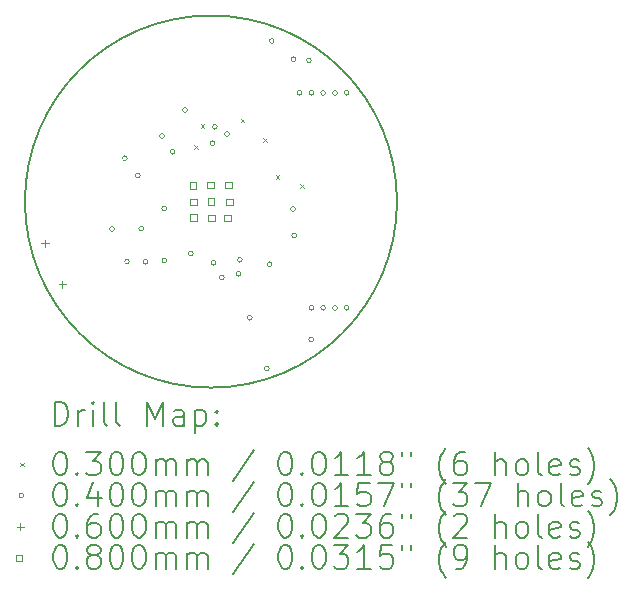
<source format=gbr>
%TF.GenerationSoftware,KiCad,Pcbnew,9.0.0*%
%TF.CreationDate,2025-04-18T11:45:20+02:00*%
%TF.ProjectId,WakeBand,57616b65-4261-46e6-942e-6b696361645f,rev?*%
%TF.SameCoordinates,Original*%
%TF.FileFunction,Drillmap*%
%TF.FilePolarity,Positive*%
%FSLAX45Y45*%
G04 Gerber Fmt 4.5, Leading zero omitted, Abs format (unit mm)*
G04 Created by KiCad (PCBNEW 9.0.0) date 2025-04-18 11:45:20*
%MOMM*%
%LPD*%
G01*
G04 APERTURE LIST*
%ADD10C,0.200000*%
%ADD11C,0.100000*%
G04 APERTURE END LIST*
D10*
X26255000Y-10810000D02*
G75*
G02*
X23105000Y-10810000I-1575000J0D01*
G01*
X23105000Y-10810000D02*
G75*
G02*
X26255000Y-10810000I1575000J0D01*
G01*
D11*
X24540000Y-10335000D02*
X24570000Y-10365000D01*
X24570000Y-10335000D02*
X24540000Y-10365000D01*
X24594000Y-10153000D02*
X24624000Y-10183000D01*
X24624000Y-10153000D02*
X24594000Y-10183000D01*
X24931000Y-10109000D02*
X24961000Y-10139000D01*
X24961000Y-10109000D02*
X24931000Y-10139000D01*
X25122000Y-10272000D02*
X25152000Y-10302000D01*
X25152000Y-10272000D02*
X25122000Y-10302000D01*
X25230000Y-10586000D02*
X25260000Y-10616000D01*
X25260000Y-10586000D02*
X25230000Y-10616000D01*
X25434000Y-10664000D02*
X25464000Y-10694000D01*
X25464000Y-10664000D02*
X25434000Y-10694000D01*
X23862000Y-11041000D02*
G75*
G02*
X23822000Y-11041000I-20000J0D01*
G01*
X23822000Y-11041000D02*
G75*
G02*
X23862000Y-11041000I20000J0D01*
G01*
X23971000Y-10443000D02*
G75*
G02*
X23931000Y-10443000I-20000J0D01*
G01*
X23931000Y-10443000D02*
G75*
G02*
X23971000Y-10443000I20000J0D01*
G01*
X23989000Y-11318000D02*
G75*
G02*
X23949000Y-11318000I-20000J0D01*
G01*
X23949000Y-11318000D02*
G75*
G02*
X23989000Y-11318000I20000J0D01*
G01*
X24080000Y-10589000D02*
G75*
G02*
X24040000Y-10589000I-20000J0D01*
G01*
X24040000Y-10589000D02*
G75*
G02*
X24080000Y-10589000I20000J0D01*
G01*
X24110000Y-11040000D02*
G75*
G02*
X24070000Y-11040000I-20000J0D01*
G01*
X24070000Y-11040000D02*
G75*
G02*
X24110000Y-11040000I20000J0D01*
G01*
X24145000Y-11320000D02*
G75*
G02*
X24105000Y-11320000I-20000J0D01*
G01*
X24105000Y-11320000D02*
G75*
G02*
X24145000Y-11320000I20000J0D01*
G01*
X24285000Y-10255000D02*
G75*
G02*
X24245000Y-10255000I-20000J0D01*
G01*
X24245000Y-10255000D02*
G75*
G02*
X24285000Y-10255000I20000J0D01*
G01*
X24305000Y-10870000D02*
G75*
G02*
X24265000Y-10870000I-20000J0D01*
G01*
X24265000Y-10870000D02*
G75*
G02*
X24305000Y-10870000I20000J0D01*
G01*
X24306000Y-11310000D02*
G75*
G02*
X24266000Y-11310000I-20000J0D01*
G01*
X24266000Y-11310000D02*
G75*
G02*
X24306000Y-11310000I20000J0D01*
G01*
X24376000Y-10388000D02*
G75*
G02*
X24336000Y-10388000I-20000J0D01*
G01*
X24336000Y-10388000D02*
G75*
G02*
X24376000Y-10388000I20000J0D01*
G01*
X24480000Y-10036000D02*
G75*
G02*
X24440000Y-10036000I-20000J0D01*
G01*
X24440000Y-10036000D02*
G75*
G02*
X24480000Y-10036000I20000J0D01*
G01*
X24529000Y-11249000D02*
G75*
G02*
X24489000Y-11249000I-20000J0D01*
G01*
X24489000Y-11249000D02*
G75*
G02*
X24529000Y-11249000I20000J0D01*
G01*
X24713000Y-10315000D02*
G75*
G02*
X24673000Y-10315000I-20000J0D01*
G01*
X24673000Y-10315000D02*
G75*
G02*
X24713000Y-10315000I20000J0D01*
G01*
X24722000Y-11329000D02*
G75*
G02*
X24682000Y-11329000I-20000J0D01*
G01*
X24682000Y-11329000D02*
G75*
G02*
X24722000Y-11329000I20000J0D01*
G01*
X24733000Y-10177000D02*
G75*
G02*
X24693000Y-10177000I-20000J0D01*
G01*
X24693000Y-10177000D02*
G75*
G02*
X24733000Y-10177000I20000J0D01*
G01*
X24792000Y-11451000D02*
G75*
G02*
X24752000Y-11451000I-20000J0D01*
G01*
X24752000Y-11451000D02*
G75*
G02*
X24792000Y-11451000I20000J0D01*
G01*
X24836000Y-10237000D02*
G75*
G02*
X24796000Y-10237000I-20000J0D01*
G01*
X24796000Y-10237000D02*
G75*
G02*
X24836000Y-10237000I20000J0D01*
G01*
X24934000Y-11423000D02*
G75*
G02*
X24894000Y-11423000I-20000J0D01*
G01*
X24894000Y-11423000D02*
G75*
G02*
X24934000Y-11423000I20000J0D01*
G01*
X24945000Y-11303000D02*
G75*
G02*
X24905000Y-11303000I-20000J0D01*
G01*
X24905000Y-11303000D02*
G75*
G02*
X24945000Y-11303000I20000J0D01*
G01*
X25029000Y-11794000D02*
G75*
G02*
X24989000Y-11794000I-20000J0D01*
G01*
X24989000Y-11794000D02*
G75*
G02*
X25029000Y-11794000I20000J0D01*
G01*
X25173000Y-12222000D02*
G75*
G02*
X25133000Y-12222000I-20000J0D01*
G01*
X25133000Y-12222000D02*
G75*
G02*
X25173000Y-12222000I20000J0D01*
G01*
X25197000Y-11341000D02*
G75*
G02*
X25157000Y-11341000I-20000J0D01*
G01*
X25157000Y-11341000D02*
G75*
G02*
X25197000Y-11341000I20000J0D01*
G01*
X25215000Y-9450000D02*
G75*
G02*
X25175000Y-9450000I-20000J0D01*
G01*
X25175000Y-9450000D02*
G75*
G02*
X25215000Y-9450000I20000J0D01*
G01*
X25394000Y-10874000D02*
G75*
G02*
X25354000Y-10874000I-20000J0D01*
G01*
X25354000Y-10874000D02*
G75*
G02*
X25394000Y-10874000I20000J0D01*
G01*
X25400000Y-9605000D02*
G75*
G02*
X25360000Y-9605000I-20000J0D01*
G01*
X25360000Y-9605000D02*
G75*
G02*
X25400000Y-9605000I20000J0D01*
G01*
X25405000Y-11099000D02*
G75*
G02*
X25365000Y-11099000I-20000J0D01*
G01*
X25365000Y-11099000D02*
G75*
G02*
X25405000Y-11099000I20000J0D01*
G01*
X25450000Y-9890000D02*
G75*
G02*
X25410000Y-9890000I-20000J0D01*
G01*
X25410000Y-9890000D02*
G75*
G02*
X25450000Y-9890000I20000J0D01*
G01*
X25530000Y-9615000D02*
G75*
G02*
X25490000Y-9615000I-20000J0D01*
G01*
X25490000Y-9615000D02*
G75*
G02*
X25530000Y-9615000I20000J0D01*
G01*
X25550000Y-9890000D02*
G75*
G02*
X25510000Y-9890000I-20000J0D01*
G01*
X25510000Y-9890000D02*
G75*
G02*
X25550000Y-9890000I20000J0D01*
G01*
X25550000Y-11710000D02*
G75*
G02*
X25510000Y-11710000I-20000J0D01*
G01*
X25510000Y-11710000D02*
G75*
G02*
X25550000Y-11710000I20000J0D01*
G01*
X25550000Y-11978000D02*
G75*
G02*
X25510000Y-11978000I-20000J0D01*
G01*
X25510000Y-11978000D02*
G75*
G02*
X25550000Y-11978000I20000J0D01*
G01*
X25650000Y-9890000D02*
G75*
G02*
X25610000Y-9890000I-20000J0D01*
G01*
X25610000Y-9890000D02*
G75*
G02*
X25650000Y-9890000I20000J0D01*
G01*
X25650000Y-11710000D02*
G75*
G02*
X25610000Y-11710000I-20000J0D01*
G01*
X25610000Y-11710000D02*
G75*
G02*
X25650000Y-11710000I20000J0D01*
G01*
X25750000Y-9890000D02*
G75*
G02*
X25710000Y-9890000I-20000J0D01*
G01*
X25710000Y-9890000D02*
G75*
G02*
X25750000Y-9890000I20000J0D01*
G01*
X25750000Y-11710000D02*
G75*
G02*
X25710000Y-11710000I-20000J0D01*
G01*
X25710000Y-11710000D02*
G75*
G02*
X25750000Y-11710000I20000J0D01*
G01*
X25850000Y-9890000D02*
G75*
G02*
X25810000Y-9890000I-20000J0D01*
G01*
X25810000Y-9890000D02*
G75*
G02*
X25850000Y-9890000I20000J0D01*
G01*
X25850000Y-11710000D02*
G75*
G02*
X25810000Y-11710000I-20000J0D01*
G01*
X25810000Y-11710000D02*
G75*
G02*
X25850000Y-11710000I20000J0D01*
G01*
X23275000Y-11135000D02*
X23275000Y-11195000D01*
X23245000Y-11165000D02*
X23305000Y-11165000D01*
X23420000Y-11480000D02*
X23420000Y-11540000D01*
X23390000Y-11510000D02*
X23450000Y-11510000D01*
X24555284Y-10701285D02*
X24555284Y-10644716D01*
X24498715Y-10644716D01*
X24498715Y-10701285D01*
X24555284Y-10701285D01*
X24559284Y-10843285D02*
X24559284Y-10786716D01*
X24502715Y-10786716D01*
X24502715Y-10843285D01*
X24559284Y-10843285D01*
X24561284Y-10975285D02*
X24561284Y-10918716D01*
X24504715Y-10918716D01*
X24504715Y-10975285D01*
X24561284Y-10975285D01*
X24706284Y-10697285D02*
X24706284Y-10640716D01*
X24649715Y-10640716D01*
X24649715Y-10697285D01*
X24706284Y-10697285D01*
X24708284Y-10838285D02*
X24708284Y-10781716D01*
X24651715Y-10781716D01*
X24651715Y-10838285D01*
X24708284Y-10838285D01*
X24710284Y-10977285D02*
X24710284Y-10920716D01*
X24653715Y-10920716D01*
X24653715Y-10977285D01*
X24710284Y-10977285D01*
X24851284Y-10978285D02*
X24851284Y-10921716D01*
X24794715Y-10921716D01*
X24794715Y-10978285D01*
X24851284Y-10978285D01*
X24858284Y-10698285D02*
X24858284Y-10641716D01*
X24801715Y-10641716D01*
X24801715Y-10698285D01*
X24858284Y-10698285D01*
X24863284Y-10843285D02*
X24863284Y-10786716D01*
X24806715Y-10786716D01*
X24806715Y-10843285D01*
X24863284Y-10843285D01*
D10*
X23355777Y-12706484D02*
X23355777Y-12506484D01*
X23355777Y-12506484D02*
X23403396Y-12506484D01*
X23403396Y-12506484D02*
X23431967Y-12516008D01*
X23431967Y-12516008D02*
X23451015Y-12535055D01*
X23451015Y-12535055D02*
X23460539Y-12554103D01*
X23460539Y-12554103D02*
X23470062Y-12592198D01*
X23470062Y-12592198D02*
X23470062Y-12620769D01*
X23470062Y-12620769D02*
X23460539Y-12658865D01*
X23460539Y-12658865D02*
X23451015Y-12677912D01*
X23451015Y-12677912D02*
X23431967Y-12696960D01*
X23431967Y-12696960D02*
X23403396Y-12706484D01*
X23403396Y-12706484D02*
X23355777Y-12706484D01*
X23555777Y-12706484D02*
X23555777Y-12573150D01*
X23555777Y-12611246D02*
X23565301Y-12592198D01*
X23565301Y-12592198D02*
X23574824Y-12582674D01*
X23574824Y-12582674D02*
X23593872Y-12573150D01*
X23593872Y-12573150D02*
X23612920Y-12573150D01*
X23679586Y-12706484D02*
X23679586Y-12573150D01*
X23679586Y-12506484D02*
X23670062Y-12516008D01*
X23670062Y-12516008D02*
X23679586Y-12525531D01*
X23679586Y-12525531D02*
X23689110Y-12516008D01*
X23689110Y-12516008D02*
X23679586Y-12506484D01*
X23679586Y-12506484D02*
X23679586Y-12525531D01*
X23803396Y-12706484D02*
X23784348Y-12696960D01*
X23784348Y-12696960D02*
X23774824Y-12677912D01*
X23774824Y-12677912D02*
X23774824Y-12506484D01*
X23908158Y-12706484D02*
X23889110Y-12696960D01*
X23889110Y-12696960D02*
X23879586Y-12677912D01*
X23879586Y-12677912D02*
X23879586Y-12506484D01*
X24136729Y-12706484D02*
X24136729Y-12506484D01*
X24136729Y-12506484D02*
X24203396Y-12649341D01*
X24203396Y-12649341D02*
X24270062Y-12506484D01*
X24270062Y-12506484D02*
X24270062Y-12706484D01*
X24451015Y-12706484D02*
X24451015Y-12601722D01*
X24451015Y-12601722D02*
X24441491Y-12582674D01*
X24441491Y-12582674D02*
X24422443Y-12573150D01*
X24422443Y-12573150D02*
X24384348Y-12573150D01*
X24384348Y-12573150D02*
X24365301Y-12582674D01*
X24451015Y-12696960D02*
X24431967Y-12706484D01*
X24431967Y-12706484D02*
X24384348Y-12706484D01*
X24384348Y-12706484D02*
X24365301Y-12696960D01*
X24365301Y-12696960D02*
X24355777Y-12677912D01*
X24355777Y-12677912D02*
X24355777Y-12658865D01*
X24355777Y-12658865D02*
X24365301Y-12639817D01*
X24365301Y-12639817D02*
X24384348Y-12630293D01*
X24384348Y-12630293D02*
X24431967Y-12630293D01*
X24431967Y-12630293D02*
X24451015Y-12620769D01*
X24546253Y-12573150D02*
X24546253Y-12773150D01*
X24546253Y-12582674D02*
X24565301Y-12573150D01*
X24565301Y-12573150D02*
X24603396Y-12573150D01*
X24603396Y-12573150D02*
X24622443Y-12582674D01*
X24622443Y-12582674D02*
X24631967Y-12592198D01*
X24631967Y-12592198D02*
X24641491Y-12611246D01*
X24641491Y-12611246D02*
X24641491Y-12668388D01*
X24641491Y-12668388D02*
X24631967Y-12687436D01*
X24631967Y-12687436D02*
X24622443Y-12696960D01*
X24622443Y-12696960D02*
X24603396Y-12706484D01*
X24603396Y-12706484D02*
X24565301Y-12706484D01*
X24565301Y-12706484D02*
X24546253Y-12696960D01*
X24727205Y-12687436D02*
X24736729Y-12696960D01*
X24736729Y-12696960D02*
X24727205Y-12706484D01*
X24727205Y-12706484D02*
X24717682Y-12696960D01*
X24717682Y-12696960D02*
X24727205Y-12687436D01*
X24727205Y-12687436D02*
X24727205Y-12706484D01*
X24727205Y-12582674D02*
X24736729Y-12592198D01*
X24736729Y-12592198D02*
X24727205Y-12601722D01*
X24727205Y-12601722D02*
X24717682Y-12592198D01*
X24717682Y-12592198D02*
X24727205Y-12582674D01*
X24727205Y-12582674D02*
X24727205Y-12601722D01*
D11*
X23065000Y-13020000D02*
X23095000Y-13050000D01*
X23095000Y-13020000D02*
X23065000Y-13050000D01*
D10*
X23393872Y-12926484D02*
X23412920Y-12926484D01*
X23412920Y-12926484D02*
X23431967Y-12936008D01*
X23431967Y-12936008D02*
X23441491Y-12945531D01*
X23441491Y-12945531D02*
X23451015Y-12964579D01*
X23451015Y-12964579D02*
X23460539Y-13002674D01*
X23460539Y-13002674D02*
X23460539Y-13050293D01*
X23460539Y-13050293D02*
X23451015Y-13088388D01*
X23451015Y-13088388D02*
X23441491Y-13107436D01*
X23441491Y-13107436D02*
X23431967Y-13116960D01*
X23431967Y-13116960D02*
X23412920Y-13126484D01*
X23412920Y-13126484D02*
X23393872Y-13126484D01*
X23393872Y-13126484D02*
X23374824Y-13116960D01*
X23374824Y-13116960D02*
X23365301Y-13107436D01*
X23365301Y-13107436D02*
X23355777Y-13088388D01*
X23355777Y-13088388D02*
X23346253Y-13050293D01*
X23346253Y-13050293D02*
X23346253Y-13002674D01*
X23346253Y-13002674D02*
X23355777Y-12964579D01*
X23355777Y-12964579D02*
X23365301Y-12945531D01*
X23365301Y-12945531D02*
X23374824Y-12936008D01*
X23374824Y-12936008D02*
X23393872Y-12926484D01*
X23546253Y-13107436D02*
X23555777Y-13116960D01*
X23555777Y-13116960D02*
X23546253Y-13126484D01*
X23546253Y-13126484D02*
X23536729Y-13116960D01*
X23536729Y-13116960D02*
X23546253Y-13107436D01*
X23546253Y-13107436D02*
X23546253Y-13126484D01*
X23622443Y-12926484D02*
X23746253Y-12926484D01*
X23746253Y-12926484D02*
X23679586Y-13002674D01*
X23679586Y-13002674D02*
X23708158Y-13002674D01*
X23708158Y-13002674D02*
X23727205Y-13012198D01*
X23727205Y-13012198D02*
X23736729Y-13021722D01*
X23736729Y-13021722D02*
X23746253Y-13040769D01*
X23746253Y-13040769D02*
X23746253Y-13088388D01*
X23746253Y-13088388D02*
X23736729Y-13107436D01*
X23736729Y-13107436D02*
X23727205Y-13116960D01*
X23727205Y-13116960D02*
X23708158Y-13126484D01*
X23708158Y-13126484D02*
X23651015Y-13126484D01*
X23651015Y-13126484D02*
X23631967Y-13116960D01*
X23631967Y-13116960D02*
X23622443Y-13107436D01*
X23870062Y-12926484D02*
X23889110Y-12926484D01*
X23889110Y-12926484D02*
X23908158Y-12936008D01*
X23908158Y-12936008D02*
X23917682Y-12945531D01*
X23917682Y-12945531D02*
X23927205Y-12964579D01*
X23927205Y-12964579D02*
X23936729Y-13002674D01*
X23936729Y-13002674D02*
X23936729Y-13050293D01*
X23936729Y-13050293D02*
X23927205Y-13088388D01*
X23927205Y-13088388D02*
X23917682Y-13107436D01*
X23917682Y-13107436D02*
X23908158Y-13116960D01*
X23908158Y-13116960D02*
X23889110Y-13126484D01*
X23889110Y-13126484D02*
X23870062Y-13126484D01*
X23870062Y-13126484D02*
X23851015Y-13116960D01*
X23851015Y-13116960D02*
X23841491Y-13107436D01*
X23841491Y-13107436D02*
X23831967Y-13088388D01*
X23831967Y-13088388D02*
X23822443Y-13050293D01*
X23822443Y-13050293D02*
X23822443Y-13002674D01*
X23822443Y-13002674D02*
X23831967Y-12964579D01*
X23831967Y-12964579D02*
X23841491Y-12945531D01*
X23841491Y-12945531D02*
X23851015Y-12936008D01*
X23851015Y-12936008D02*
X23870062Y-12926484D01*
X24060539Y-12926484D02*
X24079586Y-12926484D01*
X24079586Y-12926484D02*
X24098634Y-12936008D01*
X24098634Y-12936008D02*
X24108158Y-12945531D01*
X24108158Y-12945531D02*
X24117682Y-12964579D01*
X24117682Y-12964579D02*
X24127205Y-13002674D01*
X24127205Y-13002674D02*
X24127205Y-13050293D01*
X24127205Y-13050293D02*
X24117682Y-13088388D01*
X24117682Y-13088388D02*
X24108158Y-13107436D01*
X24108158Y-13107436D02*
X24098634Y-13116960D01*
X24098634Y-13116960D02*
X24079586Y-13126484D01*
X24079586Y-13126484D02*
X24060539Y-13126484D01*
X24060539Y-13126484D02*
X24041491Y-13116960D01*
X24041491Y-13116960D02*
X24031967Y-13107436D01*
X24031967Y-13107436D02*
X24022443Y-13088388D01*
X24022443Y-13088388D02*
X24012920Y-13050293D01*
X24012920Y-13050293D02*
X24012920Y-13002674D01*
X24012920Y-13002674D02*
X24022443Y-12964579D01*
X24022443Y-12964579D02*
X24031967Y-12945531D01*
X24031967Y-12945531D02*
X24041491Y-12936008D01*
X24041491Y-12936008D02*
X24060539Y-12926484D01*
X24212920Y-13126484D02*
X24212920Y-12993150D01*
X24212920Y-13012198D02*
X24222443Y-13002674D01*
X24222443Y-13002674D02*
X24241491Y-12993150D01*
X24241491Y-12993150D02*
X24270063Y-12993150D01*
X24270063Y-12993150D02*
X24289110Y-13002674D01*
X24289110Y-13002674D02*
X24298634Y-13021722D01*
X24298634Y-13021722D02*
X24298634Y-13126484D01*
X24298634Y-13021722D02*
X24308158Y-13002674D01*
X24308158Y-13002674D02*
X24327205Y-12993150D01*
X24327205Y-12993150D02*
X24355777Y-12993150D01*
X24355777Y-12993150D02*
X24374824Y-13002674D01*
X24374824Y-13002674D02*
X24384348Y-13021722D01*
X24384348Y-13021722D02*
X24384348Y-13126484D01*
X24479586Y-13126484D02*
X24479586Y-12993150D01*
X24479586Y-13012198D02*
X24489110Y-13002674D01*
X24489110Y-13002674D02*
X24508158Y-12993150D01*
X24508158Y-12993150D02*
X24536729Y-12993150D01*
X24536729Y-12993150D02*
X24555777Y-13002674D01*
X24555777Y-13002674D02*
X24565301Y-13021722D01*
X24565301Y-13021722D02*
X24565301Y-13126484D01*
X24565301Y-13021722D02*
X24574824Y-13002674D01*
X24574824Y-13002674D02*
X24593872Y-12993150D01*
X24593872Y-12993150D02*
X24622443Y-12993150D01*
X24622443Y-12993150D02*
X24641491Y-13002674D01*
X24641491Y-13002674D02*
X24651015Y-13021722D01*
X24651015Y-13021722D02*
X24651015Y-13126484D01*
X25041491Y-12916960D02*
X24870063Y-13174103D01*
X25298634Y-12926484D02*
X25317682Y-12926484D01*
X25317682Y-12926484D02*
X25336729Y-12936008D01*
X25336729Y-12936008D02*
X25346253Y-12945531D01*
X25346253Y-12945531D02*
X25355777Y-12964579D01*
X25355777Y-12964579D02*
X25365301Y-13002674D01*
X25365301Y-13002674D02*
X25365301Y-13050293D01*
X25365301Y-13050293D02*
X25355777Y-13088388D01*
X25355777Y-13088388D02*
X25346253Y-13107436D01*
X25346253Y-13107436D02*
X25336729Y-13116960D01*
X25336729Y-13116960D02*
X25317682Y-13126484D01*
X25317682Y-13126484D02*
X25298634Y-13126484D01*
X25298634Y-13126484D02*
X25279586Y-13116960D01*
X25279586Y-13116960D02*
X25270063Y-13107436D01*
X25270063Y-13107436D02*
X25260539Y-13088388D01*
X25260539Y-13088388D02*
X25251015Y-13050293D01*
X25251015Y-13050293D02*
X25251015Y-13002674D01*
X25251015Y-13002674D02*
X25260539Y-12964579D01*
X25260539Y-12964579D02*
X25270063Y-12945531D01*
X25270063Y-12945531D02*
X25279586Y-12936008D01*
X25279586Y-12936008D02*
X25298634Y-12926484D01*
X25451015Y-13107436D02*
X25460539Y-13116960D01*
X25460539Y-13116960D02*
X25451015Y-13126484D01*
X25451015Y-13126484D02*
X25441491Y-13116960D01*
X25441491Y-13116960D02*
X25451015Y-13107436D01*
X25451015Y-13107436D02*
X25451015Y-13126484D01*
X25584348Y-12926484D02*
X25603396Y-12926484D01*
X25603396Y-12926484D02*
X25622444Y-12936008D01*
X25622444Y-12936008D02*
X25631967Y-12945531D01*
X25631967Y-12945531D02*
X25641491Y-12964579D01*
X25641491Y-12964579D02*
X25651015Y-13002674D01*
X25651015Y-13002674D02*
X25651015Y-13050293D01*
X25651015Y-13050293D02*
X25641491Y-13088388D01*
X25641491Y-13088388D02*
X25631967Y-13107436D01*
X25631967Y-13107436D02*
X25622444Y-13116960D01*
X25622444Y-13116960D02*
X25603396Y-13126484D01*
X25603396Y-13126484D02*
X25584348Y-13126484D01*
X25584348Y-13126484D02*
X25565301Y-13116960D01*
X25565301Y-13116960D02*
X25555777Y-13107436D01*
X25555777Y-13107436D02*
X25546253Y-13088388D01*
X25546253Y-13088388D02*
X25536729Y-13050293D01*
X25536729Y-13050293D02*
X25536729Y-13002674D01*
X25536729Y-13002674D02*
X25546253Y-12964579D01*
X25546253Y-12964579D02*
X25555777Y-12945531D01*
X25555777Y-12945531D02*
X25565301Y-12936008D01*
X25565301Y-12936008D02*
X25584348Y-12926484D01*
X25841491Y-13126484D02*
X25727206Y-13126484D01*
X25784348Y-13126484D02*
X25784348Y-12926484D01*
X25784348Y-12926484D02*
X25765301Y-12955055D01*
X25765301Y-12955055D02*
X25746253Y-12974103D01*
X25746253Y-12974103D02*
X25727206Y-12983627D01*
X26031967Y-13126484D02*
X25917682Y-13126484D01*
X25974825Y-13126484D02*
X25974825Y-12926484D01*
X25974825Y-12926484D02*
X25955777Y-12955055D01*
X25955777Y-12955055D02*
X25936729Y-12974103D01*
X25936729Y-12974103D02*
X25917682Y-12983627D01*
X26146253Y-13012198D02*
X26127206Y-13002674D01*
X26127206Y-13002674D02*
X26117682Y-12993150D01*
X26117682Y-12993150D02*
X26108158Y-12974103D01*
X26108158Y-12974103D02*
X26108158Y-12964579D01*
X26108158Y-12964579D02*
X26117682Y-12945531D01*
X26117682Y-12945531D02*
X26127206Y-12936008D01*
X26127206Y-12936008D02*
X26146253Y-12926484D01*
X26146253Y-12926484D02*
X26184348Y-12926484D01*
X26184348Y-12926484D02*
X26203396Y-12936008D01*
X26203396Y-12936008D02*
X26212920Y-12945531D01*
X26212920Y-12945531D02*
X26222444Y-12964579D01*
X26222444Y-12964579D02*
X26222444Y-12974103D01*
X26222444Y-12974103D02*
X26212920Y-12993150D01*
X26212920Y-12993150D02*
X26203396Y-13002674D01*
X26203396Y-13002674D02*
X26184348Y-13012198D01*
X26184348Y-13012198D02*
X26146253Y-13012198D01*
X26146253Y-13012198D02*
X26127206Y-13021722D01*
X26127206Y-13021722D02*
X26117682Y-13031246D01*
X26117682Y-13031246D02*
X26108158Y-13050293D01*
X26108158Y-13050293D02*
X26108158Y-13088388D01*
X26108158Y-13088388D02*
X26117682Y-13107436D01*
X26117682Y-13107436D02*
X26127206Y-13116960D01*
X26127206Y-13116960D02*
X26146253Y-13126484D01*
X26146253Y-13126484D02*
X26184348Y-13126484D01*
X26184348Y-13126484D02*
X26203396Y-13116960D01*
X26203396Y-13116960D02*
X26212920Y-13107436D01*
X26212920Y-13107436D02*
X26222444Y-13088388D01*
X26222444Y-13088388D02*
X26222444Y-13050293D01*
X26222444Y-13050293D02*
X26212920Y-13031246D01*
X26212920Y-13031246D02*
X26203396Y-13021722D01*
X26203396Y-13021722D02*
X26184348Y-13012198D01*
X26298634Y-12926484D02*
X26298634Y-12964579D01*
X26374825Y-12926484D02*
X26374825Y-12964579D01*
X26670063Y-13202674D02*
X26660539Y-13193150D01*
X26660539Y-13193150D02*
X26641491Y-13164579D01*
X26641491Y-13164579D02*
X26631968Y-13145531D01*
X26631968Y-13145531D02*
X26622444Y-13116960D01*
X26622444Y-13116960D02*
X26612920Y-13069341D01*
X26612920Y-13069341D02*
X26612920Y-13031246D01*
X26612920Y-13031246D02*
X26622444Y-12983627D01*
X26622444Y-12983627D02*
X26631968Y-12955055D01*
X26631968Y-12955055D02*
X26641491Y-12936008D01*
X26641491Y-12936008D02*
X26660539Y-12907436D01*
X26660539Y-12907436D02*
X26670063Y-12897912D01*
X26831968Y-12926484D02*
X26793872Y-12926484D01*
X26793872Y-12926484D02*
X26774825Y-12936008D01*
X26774825Y-12936008D02*
X26765301Y-12945531D01*
X26765301Y-12945531D02*
X26746253Y-12974103D01*
X26746253Y-12974103D02*
X26736729Y-13012198D01*
X26736729Y-13012198D02*
X26736729Y-13088388D01*
X26736729Y-13088388D02*
X26746253Y-13107436D01*
X26746253Y-13107436D02*
X26755777Y-13116960D01*
X26755777Y-13116960D02*
X26774825Y-13126484D01*
X26774825Y-13126484D02*
X26812920Y-13126484D01*
X26812920Y-13126484D02*
X26831968Y-13116960D01*
X26831968Y-13116960D02*
X26841491Y-13107436D01*
X26841491Y-13107436D02*
X26851015Y-13088388D01*
X26851015Y-13088388D02*
X26851015Y-13040769D01*
X26851015Y-13040769D02*
X26841491Y-13021722D01*
X26841491Y-13021722D02*
X26831968Y-13012198D01*
X26831968Y-13012198D02*
X26812920Y-13002674D01*
X26812920Y-13002674D02*
X26774825Y-13002674D01*
X26774825Y-13002674D02*
X26755777Y-13012198D01*
X26755777Y-13012198D02*
X26746253Y-13021722D01*
X26746253Y-13021722D02*
X26736729Y-13040769D01*
X27089110Y-13126484D02*
X27089110Y-12926484D01*
X27174825Y-13126484D02*
X27174825Y-13021722D01*
X27174825Y-13021722D02*
X27165301Y-13002674D01*
X27165301Y-13002674D02*
X27146253Y-12993150D01*
X27146253Y-12993150D02*
X27117682Y-12993150D01*
X27117682Y-12993150D02*
X27098634Y-13002674D01*
X27098634Y-13002674D02*
X27089110Y-13012198D01*
X27298634Y-13126484D02*
X27279587Y-13116960D01*
X27279587Y-13116960D02*
X27270063Y-13107436D01*
X27270063Y-13107436D02*
X27260539Y-13088388D01*
X27260539Y-13088388D02*
X27260539Y-13031246D01*
X27260539Y-13031246D02*
X27270063Y-13012198D01*
X27270063Y-13012198D02*
X27279587Y-13002674D01*
X27279587Y-13002674D02*
X27298634Y-12993150D01*
X27298634Y-12993150D02*
X27327206Y-12993150D01*
X27327206Y-12993150D02*
X27346253Y-13002674D01*
X27346253Y-13002674D02*
X27355777Y-13012198D01*
X27355777Y-13012198D02*
X27365301Y-13031246D01*
X27365301Y-13031246D02*
X27365301Y-13088388D01*
X27365301Y-13088388D02*
X27355777Y-13107436D01*
X27355777Y-13107436D02*
X27346253Y-13116960D01*
X27346253Y-13116960D02*
X27327206Y-13126484D01*
X27327206Y-13126484D02*
X27298634Y-13126484D01*
X27479587Y-13126484D02*
X27460539Y-13116960D01*
X27460539Y-13116960D02*
X27451015Y-13097912D01*
X27451015Y-13097912D02*
X27451015Y-12926484D01*
X27631968Y-13116960D02*
X27612920Y-13126484D01*
X27612920Y-13126484D02*
X27574825Y-13126484D01*
X27574825Y-13126484D02*
X27555777Y-13116960D01*
X27555777Y-13116960D02*
X27546253Y-13097912D01*
X27546253Y-13097912D02*
X27546253Y-13021722D01*
X27546253Y-13021722D02*
X27555777Y-13002674D01*
X27555777Y-13002674D02*
X27574825Y-12993150D01*
X27574825Y-12993150D02*
X27612920Y-12993150D01*
X27612920Y-12993150D02*
X27631968Y-13002674D01*
X27631968Y-13002674D02*
X27641491Y-13021722D01*
X27641491Y-13021722D02*
X27641491Y-13040769D01*
X27641491Y-13040769D02*
X27546253Y-13059817D01*
X27717682Y-13116960D02*
X27736730Y-13126484D01*
X27736730Y-13126484D02*
X27774825Y-13126484D01*
X27774825Y-13126484D02*
X27793872Y-13116960D01*
X27793872Y-13116960D02*
X27803396Y-13097912D01*
X27803396Y-13097912D02*
X27803396Y-13088388D01*
X27803396Y-13088388D02*
X27793872Y-13069341D01*
X27793872Y-13069341D02*
X27774825Y-13059817D01*
X27774825Y-13059817D02*
X27746253Y-13059817D01*
X27746253Y-13059817D02*
X27727206Y-13050293D01*
X27727206Y-13050293D02*
X27717682Y-13031246D01*
X27717682Y-13031246D02*
X27717682Y-13021722D01*
X27717682Y-13021722D02*
X27727206Y-13002674D01*
X27727206Y-13002674D02*
X27746253Y-12993150D01*
X27746253Y-12993150D02*
X27774825Y-12993150D01*
X27774825Y-12993150D02*
X27793872Y-13002674D01*
X27870063Y-13202674D02*
X27879587Y-13193150D01*
X27879587Y-13193150D02*
X27898634Y-13164579D01*
X27898634Y-13164579D02*
X27908158Y-13145531D01*
X27908158Y-13145531D02*
X27917682Y-13116960D01*
X27917682Y-13116960D02*
X27927206Y-13069341D01*
X27927206Y-13069341D02*
X27927206Y-13031246D01*
X27927206Y-13031246D02*
X27917682Y-12983627D01*
X27917682Y-12983627D02*
X27908158Y-12955055D01*
X27908158Y-12955055D02*
X27898634Y-12936008D01*
X27898634Y-12936008D02*
X27879587Y-12907436D01*
X27879587Y-12907436D02*
X27870063Y-12897912D01*
D11*
X23095000Y-13299000D02*
G75*
G02*
X23055000Y-13299000I-20000J0D01*
G01*
X23055000Y-13299000D02*
G75*
G02*
X23095000Y-13299000I20000J0D01*
G01*
D10*
X23393872Y-13190484D02*
X23412920Y-13190484D01*
X23412920Y-13190484D02*
X23431967Y-13200008D01*
X23431967Y-13200008D02*
X23441491Y-13209531D01*
X23441491Y-13209531D02*
X23451015Y-13228579D01*
X23451015Y-13228579D02*
X23460539Y-13266674D01*
X23460539Y-13266674D02*
X23460539Y-13314293D01*
X23460539Y-13314293D02*
X23451015Y-13352388D01*
X23451015Y-13352388D02*
X23441491Y-13371436D01*
X23441491Y-13371436D02*
X23431967Y-13380960D01*
X23431967Y-13380960D02*
X23412920Y-13390484D01*
X23412920Y-13390484D02*
X23393872Y-13390484D01*
X23393872Y-13390484D02*
X23374824Y-13380960D01*
X23374824Y-13380960D02*
X23365301Y-13371436D01*
X23365301Y-13371436D02*
X23355777Y-13352388D01*
X23355777Y-13352388D02*
X23346253Y-13314293D01*
X23346253Y-13314293D02*
X23346253Y-13266674D01*
X23346253Y-13266674D02*
X23355777Y-13228579D01*
X23355777Y-13228579D02*
X23365301Y-13209531D01*
X23365301Y-13209531D02*
X23374824Y-13200008D01*
X23374824Y-13200008D02*
X23393872Y-13190484D01*
X23546253Y-13371436D02*
X23555777Y-13380960D01*
X23555777Y-13380960D02*
X23546253Y-13390484D01*
X23546253Y-13390484D02*
X23536729Y-13380960D01*
X23536729Y-13380960D02*
X23546253Y-13371436D01*
X23546253Y-13371436D02*
X23546253Y-13390484D01*
X23727205Y-13257150D02*
X23727205Y-13390484D01*
X23679586Y-13180960D02*
X23631967Y-13323817D01*
X23631967Y-13323817D02*
X23755777Y-13323817D01*
X23870062Y-13190484D02*
X23889110Y-13190484D01*
X23889110Y-13190484D02*
X23908158Y-13200008D01*
X23908158Y-13200008D02*
X23917682Y-13209531D01*
X23917682Y-13209531D02*
X23927205Y-13228579D01*
X23927205Y-13228579D02*
X23936729Y-13266674D01*
X23936729Y-13266674D02*
X23936729Y-13314293D01*
X23936729Y-13314293D02*
X23927205Y-13352388D01*
X23927205Y-13352388D02*
X23917682Y-13371436D01*
X23917682Y-13371436D02*
X23908158Y-13380960D01*
X23908158Y-13380960D02*
X23889110Y-13390484D01*
X23889110Y-13390484D02*
X23870062Y-13390484D01*
X23870062Y-13390484D02*
X23851015Y-13380960D01*
X23851015Y-13380960D02*
X23841491Y-13371436D01*
X23841491Y-13371436D02*
X23831967Y-13352388D01*
X23831967Y-13352388D02*
X23822443Y-13314293D01*
X23822443Y-13314293D02*
X23822443Y-13266674D01*
X23822443Y-13266674D02*
X23831967Y-13228579D01*
X23831967Y-13228579D02*
X23841491Y-13209531D01*
X23841491Y-13209531D02*
X23851015Y-13200008D01*
X23851015Y-13200008D02*
X23870062Y-13190484D01*
X24060539Y-13190484D02*
X24079586Y-13190484D01*
X24079586Y-13190484D02*
X24098634Y-13200008D01*
X24098634Y-13200008D02*
X24108158Y-13209531D01*
X24108158Y-13209531D02*
X24117682Y-13228579D01*
X24117682Y-13228579D02*
X24127205Y-13266674D01*
X24127205Y-13266674D02*
X24127205Y-13314293D01*
X24127205Y-13314293D02*
X24117682Y-13352388D01*
X24117682Y-13352388D02*
X24108158Y-13371436D01*
X24108158Y-13371436D02*
X24098634Y-13380960D01*
X24098634Y-13380960D02*
X24079586Y-13390484D01*
X24079586Y-13390484D02*
X24060539Y-13390484D01*
X24060539Y-13390484D02*
X24041491Y-13380960D01*
X24041491Y-13380960D02*
X24031967Y-13371436D01*
X24031967Y-13371436D02*
X24022443Y-13352388D01*
X24022443Y-13352388D02*
X24012920Y-13314293D01*
X24012920Y-13314293D02*
X24012920Y-13266674D01*
X24012920Y-13266674D02*
X24022443Y-13228579D01*
X24022443Y-13228579D02*
X24031967Y-13209531D01*
X24031967Y-13209531D02*
X24041491Y-13200008D01*
X24041491Y-13200008D02*
X24060539Y-13190484D01*
X24212920Y-13390484D02*
X24212920Y-13257150D01*
X24212920Y-13276198D02*
X24222443Y-13266674D01*
X24222443Y-13266674D02*
X24241491Y-13257150D01*
X24241491Y-13257150D02*
X24270063Y-13257150D01*
X24270063Y-13257150D02*
X24289110Y-13266674D01*
X24289110Y-13266674D02*
X24298634Y-13285722D01*
X24298634Y-13285722D02*
X24298634Y-13390484D01*
X24298634Y-13285722D02*
X24308158Y-13266674D01*
X24308158Y-13266674D02*
X24327205Y-13257150D01*
X24327205Y-13257150D02*
X24355777Y-13257150D01*
X24355777Y-13257150D02*
X24374824Y-13266674D01*
X24374824Y-13266674D02*
X24384348Y-13285722D01*
X24384348Y-13285722D02*
X24384348Y-13390484D01*
X24479586Y-13390484D02*
X24479586Y-13257150D01*
X24479586Y-13276198D02*
X24489110Y-13266674D01*
X24489110Y-13266674D02*
X24508158Y-13257150D01*
X24508158Y-13257150D02*
X24536729Y-13257150D01*
X24536729Y-13257150D02*
X24555777Y-13266674D01*
X24555777Y-13266674D02*
X24565301Y-13285722D01*
X24565301Y-13285722D02*
X24565301Y-13390484D01*
X24565301Y-13285722D02*
X24574824Y-13266674D01*
X24574824Y-13266674D02*
X24593872Y-13257150D01*
X24593872Y-13257150D02*
X24622443Y-13257150D01*
X24622443Y-13257150D02*
X24641491Y-13266674D01*
X24641491Y-13266674D02*
X24651015Y-13285722D01*
X24651015Y-13285722D02*
X24651015Y-13390484D01*
X25041491Y-13180960D02*
X24870063Y-13438103D01*
X25298634Y-13190484D02*
X25317682Y-13190484D01*
X25317682Y-13190484D02*
X25336729Y-13200008D01*
X25336729Y-13200008D02*
X25346253Y-13209531D01*
X25346253Y-13209531D02*
X25355777Y-13228579D01*
X25355777Y-13228579D02*
X25365301Y-13266674D01*
X25365301Y-13266674D02*
X25365301Y-13314293D01*
X25365301Y-13314293D02*
X25355777Y-13352388D01*
X25355777Y-13352388D02*
X25346253Y-13371436D01*
X25346253Y-13371436D02*
X25336729Y-13380960D01*
X25336729Y-13380960D02*
X25317682Y-13390484D01*
X25317682Y-13390484D02*
X25298634Y-13390484D01*
X25298634Y-13390484D02*
X25279586Y-13380960D01*
X25279586Y-13380960D02*
X25270063Y-13371436D01*
X25270063Y-13371436D02*
X25260539Y-13352388D01*
X25260539Y-13352388D02*
X25251015Y-13314293D01*
X25251015Y-13314293D02*
X25251015Y-13266674D01*
X25251015Y-13266674D02*
X25260539Y-13228579D01*
X25260539Y-13228579D02*
X25270063Y-13209531D01*
X25270063Y-13209531D02*
X25279586Y-13200008D01*
X25279586Y-13200008D02*
X25298634Y-13190484D01*
X25451015Y-13371436D02*
X25460539Y-13380960D01*
X25460539Y-13380960D02*
X25451015Y-13390484D01*
X25451015Y-13390484D02*
X25441491Y-13380960D01*
X25441491Y-13380960D02*
X25451015Y-13371436D01*
X25451015Y-13371436D02*
X25451015Y-13390484D01*
X25584348Y-13190484D02*
X25603396Y-13190484D01*
X25603396Y-13190484D02*
X25622444Y-13200008D01*
X25622444Y-13200008D02*
X25631967Y-13209531D01*
X25631967Y-13209531D02*
X25641491Y-13228579D01*
X25641491Y-13228579D02*
X25651015Y-13266674D01*
X25651015Y-13266674D02*
X25651015Y-13314293D01*
X25651015Y-13314293D02*
X25641491Y-13352388D01*
X25641491Y-13352388D02*
X25631967Y-13371436D01*
X25631967Y-13371436D02*
X25622444Y-13380960D01*
X25622444Y-13380960D02*
X25603396Y-13390484D01*
X25603396Y-13390484D02*
X25584348Y-13390484D01*
X25584348Y-13390484D02*
X25565301Y-13380960D01*
X25565301Y-13380960D02*
X25555777Y-13371436D01*
X25555777Y-13371436D02*
X25546253Y-13352388D01*
X25546253Y-13352388D02*
X25536729Y-13314293D01*
X25536729Y-13314293D02*
X25536729Y-13266674D01*
X25536729Y-13266674D02*
X25546253Y-13228579D01*
X25546253Y-13228579D02*
X25555777Y-13209531D01*
X25555777Y-13209531D02*
X25565301Y-13200008D01*
X25565301Y-13200008D02*
X25584348Y-13190484D01*
X25841491Y-13390484D02*
X25727206Y-13390484D01*
X25784348Y-13390484D02*
X25784348Y-13190484D01*
X25784348Y-13190484D02*
X25765301Y-13219055D01*
X25765301Y-13219055D02*
X25746253Y-13238103D01*
X25746253Y-13238103D02*
X25727206Y-13247627D01*
X26022444Y-13190484D02*
X25927206Y-13190484D01*
X25927206Y-13190484D02*
X25917682Y-13285722D01*
X25917682Y-13285722D02*
X25927206Y-13276198D01*
X25927206Y-13276198D02*
X25946253Y-13266674D01*
X25946253Y-13266674D02*
X25993872Y-13266674D01*
X25993872Y-13266674D02*
X26012920Y-13276198D01*
X26012920Y-13276198D02*
X26022444Y-13285722D01*
X26022444Y-13285722D02*
X26031967Y-13304769D01*
X26031967Y-13304769D02*
X26031967Y-13352388D01*
X26031967Y-13352388D02*
X26022444Y-13371436D01*
X26022444Y-13371436D02*
X26012920Y-13380960D01*
X26012920Y-13380960D02*
X25993872Y-13390484D01*
X25993872Y-13390484D02*
X25946253Y-13390484D01*
X25946253Y-13390484D02*
X25927206Y-13380960D01*
X25927206Y-13380960D02*
X25917682Y-13371436D01*
X26098634Y-13190484D02*
X26231967Y-13190484D01*
X26231967Y-13190484D02*
X26146253Y-13390484D01*
X26298634Y-13190484D02*
X26298634Y-13228579D01*
X26374825Y-13190484D02*
X26374825Y-13228579D01*
X26670063Y-13466674D02*
X26660539Y-13457150D01*
X26660539Y-13457150D02*
X26641491Y-13428579D01*
X26641491Y-13428579D02*
X26631968Y-13409531D01*
X26631968Y-13409531D02*
X26622444Y-13380960D01*
X26622444Y-13380960D02*
X26612920Y-13333341D01*
X26612920Y-13333341D02*
X26612920Y-13295246D01*
X26612920Y-13295246D02*
X26622444Y-13247627D01*
X26622444Y-13247627D02*
X26631968Y-13219055D01*
X26631968Y-13219055D02*
X26641491Y-13200008D01*
X26641491Y-13200008D02*
X26660539Y-13171436D01*
X26660539Y-13171436D02*
X26670063Y-13161912D01*
X26727206Y-13190484D02*
X26851015Y-13190484D01*
X26851015Y-13190484D02*
X26784348Y-13266674D01*
X26784348Y-13266674D02*
X26812920Y-13266674D01*
X26812920Y-13266674D02*
X26831968Y-13276198D01*
X26831968Y-13276198D02*
X26841491Y-13285722D01*
X26841491Y-13285722D02*
X26851015Y-13304769D01*
X26851015Y-13304769D02*
X26851015Y-13352388D01*
X26851015Y-13352388D02*
X26841491Y-13371436D01*
X26841491Y-13371436D02*
X26831968Y-13380960D01*
X26831968Y-13380960D02*
X26812920Y-13390484D01*
X26812920Y-13390484D02*
X26755777Y-13390484D01*
X26755777Y-13390484D02*
X26736729Y-13380960D01*
X26736729Y-13380960D02*
X26727206Y-13371436D01*
X26917682Y-13190484D02*
X27051015Y-13190484D01*
X27051015Y-13190484D02*
X26965301Y-13390484D01*
X27279587Y-13390484D02*
X27279587Y-13190484D01*
X27365301Y-13390484D02*
X27365301Y-13285722D01*
X27365301Y-13285722D02*
X27355777Y-13266674D01*
X27355777Y-13266674D02*
X27336730Y-13257150D01*
X27336730Y-13257150D02*
X27308158Y-13257150D01*
X27308158Y-13257150D02*
X27289110Y-13266674D01*
X27289110Y-13266674D02*
X27279587Y-13276198D01*
X27489110Y-13390484D02*
X27470063Y-13380960D01*
X27470063Y-13380960D02*
X27460539Y-13371436D01*
X27460539Y-13371436D02*
X27451015Y-13352388D01*
X27451015Y-13352388D02*
X27451015Y-13295246D01*
X27451015Y-13295246D02*
X27460539Y-13276198D01*
X27460539Y-13276198D02*
X27470063Y-13266674D01*
X27470063Y-13266674D02*
X27489110Y-13257150D01*
X27489110Y-13257150D02*
X27517682Y-13257150D01*
X27517682Y-13257150D02*
X27536730Y-13266674D01*
X27536730Y-13266674D02*
X27546253Y-13276198D01*
X27546253Y-13276198D02*
X27555777Y-13295246D01*
X27555777Y-13295246D02*
X27555777Y-13352388D01*
X27555777Y-13352388D02*
X27546253Y-13371436D01*
X27546253Y-13371436D02*
X27536730Y-13380960D01*
X27536730Y-13380960D02*
X27517682Y-13390484D01*
X27517682Y-13390484D02*
X27489110Y-13390484D01*
X27670063Y-13390484D02*
X27651015Y-13380960D01*
X27651015Y-13380960D02*
X27641491Y-13361912D01*
X27641491Y-13361912D02*
X27641491Y-13190484D01*
X27822444Y-13380960D02*
X27803396Y-13390484D01*
X27803396Y-13390484D02*
X27765301Y-13390484D01*
X27765301Y-13390484D02*
X27746253Y-13380960D01*
X27746253Y-13380960D02*
X27736730Y-13361912D01*
X27736730Y-13361912D02*
X27736730Y-13285722D01*
X27736730Y-13285722D02*
X27746253Y-13266674D01*
X27746253Y-13266674D02*
X27765301Y-13257150D01*
X27765301Y-13257150D02*
X27803396Y-13257150D01*
X27803396Y-13257150D02*
X27822444Y-13266674D01*
X27822444Y-13266674D02*
X27831968Y-13285722D01*
X27831968Y-13285722D02*
X27831968Y-13304769D01*
X27831968Y-13304769D02*
X27736730Y-13323817D01*
X27908158Y-13380960D02*
X27927206Y-13390484D01*
X27927206Y-13390484D02*
X27965301Y-13390484D01*
X27965301Y-13390484D02*
X27984349Y-13380960D01*
X27984349Y-13380960D02*
X27993872Y-13361912D01*
X27993872Y-13361912D02*
X27993872Y-13352388D01*
X27993872Y-13352388D02*
X27984349Y-13333341D01*
X27984349Y-13333341D02*
X27965301Y-13323817D01*
X27965301Y-13323817D02*
X27936730Y-13323817D01*
X27936730Y-13323817D02*
X27917682Y-13314293D01*
X27917682Y-13314293D02*
X27908158Y-13295246D01*
X27908158Y-13295246D02*
X27908158Y-13285722D01*
X27908158Y-13285722D02*
X27917682Y-13266674D01*
X27917682Y-13266674D02*
X27936730Y-13257150D01*
X27936730Y-13257150D02*
X27965301Y-13257150D01*
X27965301Y-13257150D02*
X27984349Y-13266674D01*
X28060539Y-13466674D02*
X28070063Y-13457150D01*
X28070063Y-13457150D02*
X28089111Y-13428579D01*
X28089111Y-13428579D02*
X28098634Y-13409531D01*
X28098634Y-13409531D02*
X28108158Y-13380960D01*
X28108158Y-13380960D02*
X28117682Y-13333341D01*
X28117682Y-13333341D02*
X28117682Y-13295246D01*
X28117682Y-13295246D02*
X28108158Y-13247627D01*
X28108158Y-13247627D02*
X28098634Y-13219055D01*
X28098634Y-13219055D02*
X28089111Y-13200008D01*
X28089111Y-13200008D02*
X28070063Y-13171436D01*
X28070063Y-13171436D02*
X28060539Y-13161912D01*
D11*
X23065000Y-13533000D02*
X23065000Y-13593000D01*
X23035000Y-13563000D02*
X23095000Y-13563000D01*
D10*
X23393872Y-13454484D02*
X23412920Y-13454484D01*
X23412920Y-13454484D02*
X23431967Y-13464008D01*
X23431967Y-13464008D02*
X23441491Y-13473531D01*
X23441491Y-13473531D02*
X23451015Y-13492579D01*
X23451015Y-13492579D02*
X23460539Y-13530674D01*
X23460539Y-13530674D02*
X23460539Y-13578293D01*
X23460539Y-13578293D02*
X23451015Y-13616388D01*
X23451015Y-13616388D02*
X23441491Y-13635436D01*
X23441491Y-13635436D02*
X23431967Y-13644960D01*
X23431967Y-13644960D02*
X23412920Y-13654484D01*
X23412920Y-13654484D02*
X23393872Y-13654484D01*
X23393872Y-13654484D02*
X23374824Y-13644960D01*
X23374824Y-13644960D02*
X23365301Y-13635436D01*
X23365301Y-13635436D02*
X23355777Y-13616388D01*
X23355777Y-13616388D02*
X23346253Y-13578293D01*
X23346253Y-13578293D02*
X23346253Y-13530674D01*
X23346253Y-13530674D02*
X23355777Y-13492579D01*
X23355777Y-13492579D02*
X23365301Y-13473531D01*
X23365301Y-13473531D02*
X23374824Y-13464008D01*
X23374824Y-13464008D02*
X23393872Y-13454484D01*
X23546253Y-13635436D02*
X23555777Y-13644960D01*
X23555777Y-13644960D02*
X23546253Y-13654484D01*
X23546253Y-13654484D02*
X23536729Y-13644960D01*
X23536729Y-13644960D02*
X23546253Y-13635436D01*
X23546253Y-13635436D02*
X23546253Y-13654484D01*
X23727205Y-13454484D02*
X23689110Y-13454484D01*
X23689110Y-13454484D02*
X23670062Y-13464008D01*
X23670062Y-13464008D02*
X23660539Y-13473531D01*
X23660539Y-13473531D02*
X23641491Y-13502103D01*
X23641491Y-13502103D02*
X23631967Y-13540198D01*
X23631967Y-13540198D02*
X23631967Y-13616388D01*
X23631967Y-13616388D02*
X23641491Y-13635436D01*
X23641491Y-13635436D02*
X23651015Y-13644960D01*
X23651015Y-13644960D02*
X23670062Y-13654484D01*
X23670062Y-13654484D02*
X23708158Y-13654484D01*
X23708158Y-13654484D02*
X23727205Y-13644960D01*
X23727205Y-13644960D02*
X23736729Y-13635436D01*
X23736729Y-13635436D02*
X23746253Y-13616388D01*
X23746253Y-13616388D02*
X23746253Y-13568769D01*
X23746253Y-13568769D02*
X23736729Y-13549722D01*
X23736729Y-13549722D02*
X23727205Y-13540198D01*
X23727205Y-13540198D02*
X23708158Y-13530674D01*
X23708158Y-13530674D02*
X23670062Y-13530674D01*
X23670062Y-13530674D02*
X23651015Y-13540198D01*
X23651015Y-13540198D02*
X23641491Y-13549722D01*
X23641491Y-13549722D02*
X23631967Y-13568769D01*
X23870062Y-13454484D02*
X23889110Y-13454484D01*
X23889110Y-13454484D02*
X23908158Y-13464008D01*
X23908158Y-13464008D02*
X23917682Y-13473531D01*
X23917682Y-13473531D02*
X23927205Y-13492579D01*
X23927205Y-13492579D02*
X23936729Y-13530674D01*
X23936729Y-13530674D02*
X23936729Y-13578293D01*
X23936729Y-13578293D02*
X23927205Y-13616388D01*
X23927205Y-13616388D02*
X23917682Y-13635436D01*
X23917682Y-13635436D02*
X23908158Y-13644960D01*
X23908158Y-13644960D02*
X23889110Y-13654484D01*
X23889110Y-13654484D02*
X23870062Y-13654484D01*
X23870062Y-13654484D02*
X23851015Y-13644960D01*
X23851015Y-13644960D02*
X23841491Y-13635436D01*
X23841491Y-13635436D02*
X23831967Y-13616388D01*
X23831967Y-13616388D02*
X23822443Y-13578293D01*
X23822443Y-13578293D02*
X23822443Y-13530674D01*
X23822443Y-13530674D02*
X23831967Y-13492579D01*
X23831967Y-13492579D02*
X23841491Y-13473531D01*
X23841491Y-13473531D02*
X23851015Y-13464008D01*
X23851015Y-13464008D02*
X23870062Y-13454484D01*
X24060539Y-13454484D02*
X24079586Y-13454484D01*
X24079586Y-13454484D02*
X24098634Y-13464008D01*
X24098634Y-13464008D02*
X24108158Y-13473531D01*
X24108158Y-13473531D02*
X24117682Y-13492579D01*
X24117682Y-13492579D02*
X24127205Y-13530674D01*
X24127205Y-13530674D02*
X24127205Y-13578293D01*
X24127205Y-13578293D02*
X24117682Y-13616388D01*
X24117682Y-13616388D02*
X24108158Y-13635436D01*
X24108158Y-13635436D02*
X24098634Y-13644960D01*
X24098634Y-13644960D02*
X24079586Y-13654484D01*
X24079586Y-13654484D02*
X24060539Y-13654484D01*
X24060539Y-13654484D02*
X24041491Y-13644960D01*
X24041491Y-13644960D02*
X24031967Y-13635436D01*
X24031967Y-13635436D02*
X24022443Y-13616388D01*
X24022443Y-13616388D02*
X24012920Y-13578293D01*
X24012920Y-13578293D02*
X24012920Y-13530674D01*
X24012920Y-13530674D02*
X24022443Y-13492579D01*
X24022443Y-13492579D02*
X24031967Y-13473531D01*
X24031967Y-13473531D02*
X24041491Y-13464008D01*
X24041491Y-13464008D02*
X24060539Y-13454484D01*
X24212920Y-13654484D02*
X24212920Y-13521150D01*
X24212920Y-13540198D02*
X24222443Y-13530674D01*
X24222443Y-13530674D02*
X24241491Y-13521150D01*
X24241491Y-13521150D02*
X24270063Y-13521150D01*
X24270063Y-13521150D02*
X24289110Y-13530674D01*
X24289110Y-13530674D02*
X24298634Y-13549722D01*
X24298634Y-13549722D02*
X24298634Y-13654484D01*
X24298634Y-13549722D02*
X24308158Y-13530674D01*
X24308158Y-13530674D02*
X24327205Y-13521150D01*
X24327205Y-13521150D02*
X24355777Y-13521150D01*
X24355777Y-13521150D02*
X24374824Y-13530674D01*
X24374824Y-13530674D02*
X24384348Y-13549722D01*
X24384348Y-13549722D02*
X24384348Y-13654484D01*
X24479586Y-13654484D02*
X24479586Y-13521150D01*
X24479586Y-13540198D02*
X24489110Y-13530674D01*
X24489110Y-13530674D02*
X24508158Y-13521150D01*
X24508158Y-13521150D02*
X24536729Y-13521150D01*
X24536729Y-13521150D02*
X24555777Y-13530674D01*
X24555777Y-13530674D02*
X24565301Y-13549722D01*
X24565301Y-13549722D02*
X24565301Y-13654484D01*
X24565301Y-13549722D02*
X24574824Y-13530674D01*
X24574824Y-13530674D02*
X24593872Y-13521150D01*
X24593872Y-13521150D02*
X24622443Y-13521150D01*
X24622443Y-13521150D02*
X24641491Y-13530674D01*
X24641491Y-13530674D02*
X24651015Y-13549722D01*
X24651015Y-13549722D02*
X24651015Y-13654484D01*
X25041491Y-13444960D02*
X24870063Y-13702103D01*
X25298634Y-13454484D02*
X25317682Y-13454484D01*
X25317682Y-13454484D02*
X25336729Y-13464008D01*
X25336729Y-13464008D02*
X25346253Y-13473531D01*
X25346253Y-13473531D02*
X25355777Y-13492579D01*
X25355777Y-13492579D02*
X25365301Y-13530674D01*
X25365301Y-13530674D02*
X25365301Y-13578293D01*
X25365301Y-13578293D02*
X25355777Y-13616388D01*
X25355777Y-13616388D02*
X25346253Y-13635436D01*
X25346253Y-13635436D02*
X25336729Y-13644960D01*
X25336729Y-13644960D02*
X25317682Y-13654484D01*
X25317682Y-13654484D02*
X25298634Y-13654484D01*
X25298634Y-13654484D02*
X25279586Y-13644960D01*
X25279586Y-13644960D02*
X25270063Y-13635436D01*
X25270063Y-13635436D02*
X25260539Y-13616388D01*
X25260539Y-13616388D02*
X25251015Y-13578293D01*
X25251015Y-13578293D02*
X25251015Y-13530674D01*
X25251015Y-13530674D02*
X25260539Y-13492579D01*
X25260539Y-13492579D02*
X25270063Y-13473531D01*
X25270063Y-13473531D02*
X25279586Y-13464008D01*
X25279586Y-13464008D02*
X25298634Y-13454484D01*
X25451015Y-13635436D02*
X25460539Y-13644960D01*
X25460539Y-13644960D02*
X25451015Y-13654484D01*
X25451015Y-13654484D02*
X25441491Y-13644960D01*
X25441491Y-13644960D02*
X25451015Y-13635436D01*
X25451015Y-13635436D02*
X25451015Y-13654484D01*
X25584348Y-13454484D02*
X25603396Y-13454484D01*
X25603396Y-13454484D02*
X25622444Y-13464008D01*
X25622444Y-13464008D02*
X25631967Y-13473531D01*
X25631967Y-13473531D02*
X25641491Y-13492579D01*
X25641491Y-13492579D02*
X25651015Y-13530674D01*
X25651015Y-13530674D02*
X25651015Y-13578293D01*
X25651015Y-13578293D02*
X25641491Y-13616388D01*
X25641491Y-13616388D02*
X25631967Y-13635436D01*
X25631967Y-13635436D02*
X25622444Y-13644960D01*
X25622444Y-13644960D02*
X25603396Y-13654484D01*
X25603396Y-13654484D02*
X25584348Y-13654484D01*
X25584348Y-13654484D02*
X25565301Y-13644960D01*
X25565301Y-13644960D02*
X25555777Y-13635436D01*
X25555777Y-13635436D02*
X25546253Y-13616388D01*
X25546253Y-13616388D02*
X25536729Y-13578293D01*
X25536729Y-13578293D02*
X25536729Y-13530674D01*
X25536729Y-13530674D02*
X25546253Y-13492579D01*
X25546253Y-13492579D02*
X25555777Y-13473531D01*
X25555777Y-13473531D02*
X25565301Y-13464008D01*
X25565301Y-13464008D02*
X25584348Y-13454484D01*
X25727206Y-13473531D02*
X25736729Y-13464008D01*
X25736729Y-13464008D02*
X25755777Y-13454484D01*
X25755777Y-13454484D02*
X25803396Y-13454484D01*
X25803396Y-13454484D02*
X25822444Y-13464008D01*
X25822444Y-13464008D02*
X25831967Y-13473531D01*
X25831967Y-13473531D02*
X25841491Y-13492579D01*
X25841491Y-13492579D02*
X25841491Y-13511627D01*
X25841491Y-13511627D02*
X25831967Y-13540198D01*
X25831967Y-13540198D02*
X25717682Y-13654484D01*
X25717682Y-13654484D02*
X25841491Y-13654484D01*
X25908158Y-13454484D02*
X26031967Y-13454484D01*
X26031967Y-13454484D02*
X25965301Y-13530674D01*
X25965301Y-13530674D02*
X25993872Y-13530674D01*
X25993872Y-13530674D02*
X26012920Y-13540198D01*
X26012920Y-13540198D02*
X26022444Y-13549722D01*
X26022444Y-13549722D02*
X26031967Y-13568769D01*
X26031967Y-13568769D02*
X26031967Y-13616388D01*
X26031967Y-13616388D02*
X26022444Y-13635436D01*
X26022444Y-13635436D02*
X26012920Y-13644960D01*
X26012920Y-13644960D02*
X25993872Y-13654484D01*
X25993872Y-13654484D02*
X25936729Y-13654484D01*
X25936729Y-13654484D02*
X25917682Y-13644960D01*
X25917682Y-13644960D02*
X25908158Y-13635436D01*
X26203396Y-13454484D02*
X26165301Y-13454484D01*
X26165301Y-13454484D02*
X26146253Y-13464008D01*
X26146253Y-13464008D02*
X26136729Y-13473531D01*
X26136729Y-13473531D02*
X26117682Y-13502103D01*
X26117682Y-13502103D02*
X26108158Y-13540198D01*
X26108158Y-13540198D02*
X26108158Y-13616388D01*
X26108158Y-13616388D02*
X26117682Y-13635436D01*
X26117682Y-13635436D02*
X26127206Y-13644960D01*
X26127206Y-13644960D02*
X26146253Y-13654484D01*
X26146253Y-13654484D02*
X26184348Y-13654484D01*
X26184348Y-13654484D02*
X26203396Y-13644960D01*
X26203396Y-13644960D02*
X26212920Y-13635436D01*
X26212920Y-13635436D02*
X26222444Y-13616388D01*
X26222444Y-13616388D02*
X26222444Y-13568769D01*
X26222444Y-13568769D02*
X26212920Y-13549722D01*
X26212920Y-13549722D02*
X26203396Y-13540198D01*
X26203396Y-13540198D02*
X26184348Y-13530674D01*
X26184348Y-13530674D02*
X26146253Y-13530674D01*
X26146253Y-13530674D02*
X26127206Y-13540198D01*
X26127206Y-13540198D02*
X26117682Y-13549722D01*
X26117682Y-13549722D02*
X26108158Y-13568769D01*
X26298634Y-13454484D02*
X26298634Y-13492579D01*
X26374825Y-13454484D02*
X26374825Y-13492579D01*
X26670063Y-13730674D02*
X26660539Y-13721150D01*
X26660539Y-13721150D02*
X26641491Y-13692579D01*
X26641491Y-13692579D02*
X26631968Y-13673531D01*
X26631968Y-13673531D02*
X26622444Y-13644960D01*
X26622444Y-13644960D02*
X26612920Y-13597341D01*
X26612920Y-13597341D02*
X26612920Y-13559246D01*
X26612920Y-13559246D02*
X26622444Y-13511627D01*
X26622444Y-13511627D02*
X26631968Y-13483055D01*
X26631968Y-13483055D02*
X26641491Y-13464008D01*
X26641491Y-13464008D02*
X26660539Y-13435436D01*
X26660539Y-13435436D02*
X26670063Y-13425912D01*
X26736729Y-13473531D02*
X26746253Y-13464008D01*
X26746253Y-13464008D02*
X26765301Y-13454484D01*
X26765301Y-13454484D02*
X26812920Y-13454484D01*
X26812920Y-13454484D02*
X26831968Y-13464008D01*
X26831968Y-13464008D02*
X26841491Y-13473531D01*
X26841491Y-13473531D02*
X26851015Y-13492579D01*
X26851015Y-13492579D02*
X26851015Y-13511627D01*
X26851015Y-13511627D02*
X26841491Y-13540198D01*
X26841491Y-13540198D02*
X26727206Y-13654484D01*
X26727206Y-13654484D02*
X26851015Y-13654484D01*
X27089110Y-13654484D02*
X27089110Y-13454484D01*
X27174825Y-13654484D02*
X27174825Y-13549722D01*
X27174825Y-13549722D02*
X27165301Y-13530674D01*
X27165301Y-13530674D02*
X27146253Y-13521150D01*
X27146253Y-13521150D02*
X27117682Y-13521150D01*
X27117682Y-13521150D02*
X27098634Y-13530674D01*
X27098634Y-13530674D02*
X27089110Y-13540198D01*
X27298634Y-13654484D02*
X27279587Y-13644960D01*
X27279587Y-13644960D02*
X27270063Y-13635436D01*
X27270063Y-13635436D02*
X27260539Y-13616388D01*
X27260539Y-13616388D02*
X27260539Y-13559246D01*
X27260539Y-13559246D02*
X27270063Y-13540198D01*
X27270063Y-13540198D02*
X27279587Y-13530674D01*
X27279587Y-13530674D02*
X27298634Y-13521150D01*
X27298634Y-13521150D02*
X27327206Y-13521150D01*
X27327206Y-13521150D02*
X27346253Y-13530674D01*
X27346253Y-13530674D02*
X27355777Y-13540198D01*
X27355777Y-13540198D02*
X27365301Y-13559246D01*
X27365301Y-13559246D02*
X27365301Y-13616388D01*
X27365301Y-13616388D02*
X27355777Y-13635436D01*
X27355777Y-13635436D02*
X27346253Y-13644960D01*
X27346253Y-13644960D02*
X27327206Y-13654484D01*
X27327206Y-13654484D02*
X27298634Y-13654484D01*
X27479587Y-13654484D02*
X27460539Y-13644960D01*
X27460539Y-13644960D02*
X27451015Y-13625912D01*
X27451015Y-13625912D02*
X27451015Y-13454484D01*
X27631968Y-13644960D02*
X27612920Y-13654484D01*
X27612920Y-13654484D02*
X27574825Y-13654484D01*
X27574825Y-13654484D02*
X27555777Y-13644960D01*
X27555777Y-13644960D02*
X27546253Y-13625912D01*
X27546253Y-13625912D02*
X27546253Y-13549722D01*
X27546253Y-13549722D02*
X27555777Y-13530674D01*
X27555777Y-13530674D02*
X27574825Y-13521150D01*
X27574825Y-13521150D02*
X27612920Y-13521150D01*
X27612920Y-13521150D02*
X27631968Y-13530674D01*
X27631968Y-13530674D02*
X27641491Y-13549722D01*
X27641491Y-13549722D02*
X27641491Y-13568769D01*
X27641491Y-13568769D02*
X27546253Y-13587817D01*
X27717682Y-13644960D02*
X27736730Y-13654484D01*
X27736730Y-13654484D02*
X27774825Y-13654484D01*
X27774825Y-13654484D02*
X27793872Y-13644960D01*
X27793872Y-13644960D02*
X27803396Y-13625912D01*
X27803396Y-13625912D02*
X27803396Y-13616388D01*
X27803396Y-13616388D02*
X27793872Y-13597341D01*
X27793872Y-13597341D02*
X27774825Y-13587817D01*
X27774825Y-13587817D02*
X27746253Y-13587817D01*
X27746253Y-13587817D02*
X27727206Y-13578293D01*
X27727206Y-13578293D02*
X27717682Y-13559246D01*
X27717682Y-13559246D02*
X27717682Y-13549722D01*
X27717682Y-13549722D02*
X27727206Y-13530674D01*
X27727206Y-13530674D02*
X27746253Y-13521150D01*
X27746253Y-13521150D02*
X27774825Y-13521150D01*
X27774825Y-13521150D02*
X27793872Y-13530674D01*
X27870063Y-13730674D02*
X27879587Y-13721150D01*
X27879587Y-13721150D02*
X27898634Y-13692579D01*
X27898634Y-13692579D02*
X27908158Y-13673531D01*
X27908158Y-13673531D02*
X27917682Y-13644960D01*
X27917682Y-13644960D02*
X27927206Y-13597341D01*
X27927206Y-13597341D02*
X27927206Y-13559246D01*
X27927206Y-13559246D02*
X27917682Y-13511627D01*
X27917682Y-13511627D02*
X27908158Y-13483055D01*
X27908158Y-13483055D02*
X27898634Y-13464008D01*
X27898634Y-13464008D02*
X27879587Y-13435436D01*
X27879587Y-13435436D02*
X27870063Y-13425912D01*
D11*
X23083284Y-13855284D02*
X23083284Y-13798715D01*
X23026715Y-13798715D01*
X23026715Y-13855284D01*
X23083284Y-13855284D01*
D10*
X23393872Y-13718484D02*
X23412920Y-13718484D01*
X23412920Y-13718484D02*
X23431967Y-13728008D01*
X23431967Y-13728008D02*
X23441491Y-13737531D01*
X23441491Y-13737531D02*
X23451015Y-13756579D01*
X23451015Y-13756579D02*
X23460539Y-13794674D01*
X23460539Y-13794674D02*
X23460539Y-13842293D01*
X23460539Y-13842293D02*
X23451015Y-13880388D01*
X23451015Y-13880388D02*
X23441491Y-13899436D01*
X23441491Y-13899436D02*
X23431967Y-13908960D01*
X23431967Y-13908960D02*
X23412920Y-13918484D01*
X23412920Y-13918484D02*
X23393872Y-13918484D01*
X23393872Y-13918484D02*
X23374824Y-13908960D01*
X23374824Y-13908960D02*
X23365301Y-13899436D01*
X23365301Y-13899436D02*
X23355777Y-13880388D01*
X23355777Y-13880388D02*
X23346253Y-13842293D01*
X23346253Y-13842293D02*
X23346253Y-13794674D01*
X23346253Y-13794674D02*
X23355777Y-13756579D01*
X23355777Y-13756579D02*
X23365301Y-13737531D01*
X23365301Y-13737531D02*
X23374824Y-13728008D01*
X23374824Y-13728008D02*
X23393872Y-13718484D01*
X23546253Y-13899436D02*
X23555777Y-13908960D01*
X23555777Y-13908960D02*
X23546253Y-13918484D01*
X23546253Y-13918484D02*
X23536729Y-13908960D01*
X23536729Y-13908960D02*
X23546253Y-13899436D01*
X23546253Y-13899436D02*
X23546253Y-13918484D01*
X23670062Y-13804198D02*
X23651015Y-13794674D01*
X23651015Y-13794674D02*
X23641491Y-13785150D01*
X23641491Y-13785150D02*
X23631967Y-13766103D01*
X23631967Y-13766103D02*
X23631967Y-13756579D01*
X23631967Y-13756579D02*
X23641491Y-13737531D01*
X23641491Y-13737531D02*
X23651015Y-13728008D01*
X23651015Y-13728008D02*
X23670062Y-13718484D01*
X23670062Y-13718484D02*
X23708158Y-13718484D01*
X23708158Y-13718484D02*
X23727205Y-13728008D01*
X23727205Y-13728008D02*
X23736729Y-13737531D01*
X23736729Y-13737531D02*
X23746253Y-13756579D01*
X23746253Y-13756579D02*
X23746253Y-13766103D01*
X23746253Y-13766103D02*
X23736729Y-13785150D01*
X23736729Y-13785150D02*
X23727205Y-13794674D01*
X23727205Y-13794674D02*
X23708158Y-13804198D01*
X23708158Y-13804198D02*
X23670062Y-13804198D01*
X23670062Y-13804198D02*
X23651015Y-13813722D01*
X23651015Y-13813722D02*
X23641491Y-13823246D01*
X23641491Y-13823246D02*
X23631967Y-13842293D01*
X23631967Y-13842293D02*
X23631967Y-13880388D01*
X23631967Y-13880388D02*
X23641491Y-13899436D01*
X23641491Y-13899436D02*
X23651015Y-13908960D01*
X23651015Y-13908960D02*
X23670062Y-13918484D01*
X23670062Y-13918484D02*
X23708158Y-13918484D01*
X23708158Y-13918484D02*
X23727205Y-13908960D01*
X23727205Y-13908960D02*
X23736729Y-13899436D01*
X23736729Y-13899436D02*
X23746253Y-13880388D01*
X23746253Y-13880388D02*
X23746253Y-13842293D01*
X23746253Y-13842293D02*
X23736729Y-13823246D01*
X23736729Y-13823246D02*
X23727205Y-13813722D01*
X23727205Y-13813722D02*
X23708158Y-13804198D01*
X23870062Y-13718484D02*
X23889110Y-13718484D01*
X23889110Y-13718484D02*
X23908158Y-13728008D01*
X23908158Y-13728008D02*
X23917682Y-13737531D01*
X23917682Y-13737531D02*
X23927205Y-13756579D01*
X23927205Y-13756579D02*
X23936729Y-13794674D01*
X23936729Y-13794674D02*
X23936729Y-13842293D01*
X23936729Y-13842293D02*
X23927205Y-13880388D01*
X23927205Y-13880388D02*
X23917682Y-13899436D01*
X23917682Y-13899436D02*
X23908158Y-13908960D01*
X23908158Y-13908960D02*
X23889110Y-13918484D01*
X23889110Y-13918484D02*
X23870062Y-13918484D01*
X23870062Y-13918484D02*
X23851015Y-13908960D01*
X23851015Y-13908960D02*
X23841491Y-13899436D01*
X23841491Y-13899436D02*
X23831967Y-13880388D01*
X23831967Y-13880388D02*
X23822443Y-13842293D01*
X23822443Y-13842293D02*
X23822443Y-13794674D01*
X23822443Y-13794674D02*
X23831967Y-13756579D01*
X23831967Y-13756579D02*
X23841491Y-13737531D01*
X23841491Y-13737531D02*
X23851015Y-13728008D01*
X23851015Y-13728008D02*
X23870062Y-13718484D01*
X24060539Y-13718484D02*
X24079586Y-13718484D01*
X24079586Y-13718484D02*
X24098634Y-13728008D01*
X24098634Y-13728008D02*
X24108158Y-13737531D01*
X24108158Y-13737531D02*
X24117682Y-13756579D01*
X24117682Y-13756579D02*
X24127205Y-13794674D01*
X24127205Y-13794674D02*
X24127205Y-13842293D01*
X24127205Y-13842293D02*
X24117682Y-13880388D01*
X24117682Y-13880388D02*
X24108158Y-13899436D01*
X24108158Y-13899436D02*
X24098634Y-13908960D01*
X24098634Y-13908960D02*
X24079586Y-13918484D01*
X24079586Y-13918484D02*
X24060539Y-13918484D01*
X24060539Y-13918484D02*
X24041491Y-13908960D01*
X24041491Y-13908960D02*
X24031967Y-13899436D01*
X24031967Y-13899436D02*
X24022443Y-13880388D01*
X24022443Y-13880388D02*
X24012920Y-13842293D01*
X24012920Y-13842293D02*
X24012920Y-13794674D01*
X24012920Y-13794674D02*
X24022443Y-13756579D01*
X24022443Y-13756579D02*
X24031967Y-13737531D01*
X24031967Y-13737531D02*
X24041491Y-13728008D01*
X24041491Y-13728008D02*
X24060539Y-13718484D01*
X24212920Y-13918484D02*
X24212920Y-13785150D01*
X24212920Y-13804198D02*
X24222443Y-13794674D01*
X24222443Y-13794674D02*
X24241491Y-13785150D01*
X24241491Y-13785150D02*
X24270063Y-13785150D01*
X24270063Y-13785150D02*
X24289110Y-13794674D01*
X24289110Y-13794674D02*
X24298634Y-13813722D01*
X24298634Y-13813722D02*
X24298634Y-13918484D01*
X24298634Y-13813722D02*
X24308158Y-13794674D01*
X24308158Y-13794674D02*
X24327205Y-13785150D01*
X24327205Y-13785150D02*
X24355777Y-13785150D01*
X24355777Y-13785150D02*
X24374824Y-13794674D01*
X24374824Y-13794674D02*
X24384348Y-13813722D01*
X24384348Y-13813722D02*
X24384348Y-13918484D01*
X24479586Y-13918484D02*
X24479586Y-13785150D01*
X24479586Y-13804198D02*
X24489110Y-13794674D01*
X24489110Y-13794674D02*
X24508158Y-13785150D01*
X24508158Y-13785150D02*
X24536729Y-13785150D01*
X24536729Y-13785150D02*
X24555777Y-13794674D01*
X24555777Y-13794674D02*
X24565301Y-13813722D01*
X24565301Y-13813722D02*
X24565301Y-13918484D01*
X24565301Y-13813722D02*
X24574824Y-13794674D01*
X24574824Y-13794674D02*
X24593872Y-13785150D01*
X24593872Y-13785150D02*
X24622443Y-13785150D01*
X24622443Y-13785150D02*
X24641491Y-13794674D01*
X24641491Y-13794674D02*
X24651015Y-13813722D01*
X24651015Y-13813722D02*
X24651015Y-13918484D01*
X25041491Y-13708960D02*
X24870063Y-13966103D01*
X25298634Y-13718484D02*
X25317682Y-13718484D01*
X25317682Y-13718484D02*
X25336729Y-13728008D01*
X25336729Y-13728008D02*
X25346253Y-13737531D01*
X25346253Y-13737531D02*
X25355777Y-13756579D01*
X25355777Y-13756579D02*
X25365301Y-13794674D01*
X25365301Y-13794674D02*
X25365301Y-13842293D01*
X25365301Y-13842293D02*
X25355777Y-13880388D01*
X25355777Y-13880388D02*
X25346253Y-13899436D01*
X25346253Y-13899436D02*
X25336729Y-13908960D01*
X25336729Y-13908960D02*
X25317682Y-13918484D01*
X25317682Y-13918484D02*
X25298634Y-13918484D01*
X25298634Y-13918484D02*
X25279586Y-13908960D01*
X25279586Y-13908960D02*
X25270063Y-13899436D01*
X25270063Y-13899436D02*
X25260539Y-13880388D01*
X25260539Y-13880388D02*
X25251015Y-13842293D01*
X25251015Y-13842293D02*
X25251015Y-13794674D01*
X25251015Y-13794674D02*
X25260539Y-13756579D01*
X25260539Y-13756579D02*
X25270063Y-13737531D01*
X25270063Y-13737531D02*
X25279586Y-13728008D01*
X25279586Y-13728008D02*
X25298634Y-13718484D01*
X25451015Y-13899436D02*
X25460539Y-13908960D01*
X25460539Y-13908960D02*
X25451015Y-13918484D01*
X25451015Y-13918484D02*
X25441491Y-13908960D01*
X25441491Y-13908960D02*
X25451015Y-13899436D01*
X25451015Y-13899436D02*
X25451015Y-13918484D01*
X25584348Y-13718484D02*
X25603396Y-13718484D01*
X25603396Y-13718484D02*
X25622444Y-13728008D01*
X25622444Y-13728008D02*
X25631967Y-13737531D01*
X25631967Y-13737531D02*
X25641491Y-13756579D01*
X25641491Y-13756579D02*
X25651015Y-13794674D01*
X25651015Y-13794674D02*
X25651015Y-13842293D01*
X25651015Y-13842293D02*
X25641491Y-13880388D01*
X25641491Y-13880388D02*
X25631967Y-13899436D01*
X25631967Y-13899436D02*
X25622444Y-13908960D01*
X25622444Y-13908960D02*
X25603396Y-13918484D01*
X25603396Y-13918484D02*
X25584348Y-13918484D01*
X25584348Y-13918484D02*
X25565301Y-13908960D01*
X25565301Y-13908960D02*
X25555777Y-13899436D01*
X25555777Y-13899436D02*
X25546253Y-13880388D01*
X25546253Y-13880388D02*
X25536729Y-13842293D01*
X25536729Y-13842293D02*
X25536729Y-13794674D01*
X25536729Y-13794674D02*
X25546253Y-13756579D01*
X25546253Y-13756579D02*
X25555777Y-13737531D01*
X25555777Y-13737531D02*
X25565301Y-13728008D01*
X25565301Y-13728008D02*
X25584348Y-13718484D01*
X25717682Y-13718484D02*
X25841491Y-13718484D01*
X25841491Y-13718484D02*
X25774825Y-13794674D01*
X25774825Y-13794674D02*
X25803396Y-13794674D01*
X25803396Y-13794674D02*
X25822444Y-13804198D01*
X25822444Y-13804198D02*
X25831967Y-13813722D01*
X25831967Y-13813722D02*
X25841491Y-13832769D01*
X25841491Y-13832769D02*
X25841491Y-13880388D01*
X25841491Y-13880388D02*
X25831967Y-13899436D01*
X25831967Y-13899436D02*
X25822444Y-13908960D01*
X25822444Y-13908960D02*
X25803396Y-13918484D01*
X25803396Y-13918484D02*
X25746253Y-13918484D01*
X25746253Y-13918484D02*
X25727206Y-13908960D01*
X25727206Y-13908960D02*
X25717682Y-13899436D01*
X26031967Y-13918484D02*
X25917682Y-13918484D01*
X25974825Y-13918484D02*
X25974825Y-13718484D01*
X25974825Y-13718484D02*
X25955777Y-13747055D01*
X25955777Y-13747055D02*
X25936729Y-13766103D01*
X25936729Y-13766103D02*
X25917682Y-13775627D01*
X26212920Y-13718484D02*
X26117682Y-13718484D01*
X26117682Y-13718484D02*
X26108158Y-13813722D01*
X26108158Y-13813722D02*
X26117682Y-13804198D01*
X26117682Y-13804198D02*
X26136729Y-13794674D01*
X26136729Y-13794674D02*
X26184348Y-13794674D01*
X26184348Y-13794674D02*
X26203396Y-13804198D01*
X26203396Y-13804198D02*
X26212920Y-13813722D01*
X26212920Y-13813722D02*
X26222444Y-13832769D01*
X26222444Y-13832769D02*
X26222444Y-13880388D01*
X26222444Y-13880388D02*
X26212920Y-13899436D01*
X26212920Y-13899436D02*
X26203396Y-13908960D01*
X26203396Y-13908960D02*
X26184348Y-13918484D01*
X26184348Y-13918484D02*
X26136729Y-13918484D01*
X26136729Y-13918484D02*
X26117682Y-13908960D01*
X26117682Y-13908960D02*
X26108158Y-13899436D01*
X26298634Y-13718484D02*
X26298634Y-13756579D01*
X26374825Y-13718484D02*
X26374825Y-13756579D01*
X26670063Y-13994674D02*
X26660539Y-13985150D01*
X26660539Y-13985150D02*
X26641491Y-13956579D01*
X26641491Y-13956579D02*
X26631968Y-13937531D01*
X26631968Y-13937531D02*
X26622444Y-13908960D01*
X26622444Y-13908960D02*
X26612920Y-13861341D01*
X26612920Y-13861341D02*
X26612920Y-13823246D01*
X26612920Y-13823246D02*
X26622444Y-13775627D01*
X26622444Y-13775627D02*
X26631968Y-13747055D01*
X26631968Y-13747055D02*
X26641491Y-13728008D01*
X26641491Y-13728008D02*
X26660539Y-13699436D01*
X26660539Y-13699436D02*
X26670063Y-13689912D01*
X26755777Y-13918484D02*
X26793872Y-13918484D01*
X26793872Y-13918484D02*
X26812920Y-13908960D01*
X26812920Y-13908960D02*
X26822444Y-13899436D01*
X26822444Y-13899436D02*
X26841491Y-13870865D01*
X26841491Y-13870865D02*
X26851015Y-13832769D01*
X26851015Y-13832769D02*
X26851015Y-13756579D01*
X26851015Y-13756579D02*
X26841491Y-13737531D01*
X26841491Y-13737531D02*
X26831968Y-13728008D01*
X26831968Y-13728008D02*
X26812920Y-13718484D01*
X26812920Y-13718484D02*
X26774825Y-13718484D01*
X26774825Y-13718484D02*
X26755777Y-13728008D01*
X26755777Y-13728008D02*
X26746253Y-13737531D01*
X26746253Y-13737531D02*
X26736729Y-13756579D01*
X26736729Y-13756579D02*
X26736729Y-13804198D01*
X26736729Y-13804198D02*
X26746253Y-13823246D01*
X26746253Y-13823246D02*
X26755777Y-13832769D01*
X26755777Y-13832769D02*
X26774825Y-13842293D01*
X26774825Y-13842293D02*
X26812920Y-13842293D01*
X26812920Y-13842293D02*
X26831968Y-13832769D01*
X26831968Y-13832769D02*
X26841491Y-13823246D01*
X26841491Y-13823246D02*
X26851015Y-13804198D01*
X27089110Y-13918484D02*
X27089110Y-13718484D01*
X27174825Y-13918484D02*
X27174825Y-13813722D01*
X27174825Y-13813722D02*
X27165301Y-13794674D01*
X27165301Y-13794674D02*
X27146253Y-13785150D01*
X27146253Y-13785150D02*
X27117682Y-13785150D01*
X27117682Y-13785150D02*
X27098634Y-13794674D01*
X27098634Y-13794674D02*
X27089110Y-13804198D01*
X27298634Y-13918484D02*
X27279587Y-13908960D01*
X27279587Y-13908960D02*
X27270063Y-13899436D01*
X27270063Y-13899436D02*
X27260539Y-13880388D01*
X27260539Y-13880388D02*
X27260539Y-13823246D01*
X27260539Y-13823246D02*
X27270063Y-13804198D01*
X27270063Y-13804198D02*
X27279587Y-13794674D01*
X27279587Y-13794674D02*
X27298634Y-13785150D01*
X27298634Y-13785150D02*
X27327206Y-13785150D01*
X27327206Y-13785150D02*
X27346253Y-13794674D01*
X27346253Y-13794674D02*
X27355777Y-13804198D01*
X27355777Y-13804198D02*
X27365301Y-13823246D01*
X27365301Y-13823246D02*
X27365301Y-13880388D01*
X27365301Y-13880388D02*
X27355777Y-13899436D01*
X27355777Y-13899436D02*
X27346253Y-13908960D01*
X27346253Y-13908960D02*
X27327206Y-13918484D01*
X27327206Y-13918484D02*
X27298634Y-13918484D01*
X27479587Y-13918484D02*
X27460539Y-13908960D01*
X27460539Y-13908960D02*
X27451015Y-13889912D01*
X27451015Y-13889912D02*
X27451015Y-13718484D01*
X27631968Y-13908960D02*
X27612920Y-13918484D01*
X27612920Y-13918484D02*
X27574825Y-13918484D01*
X27574825Y-13918484D02*
X27555777Y-13908960D01*
X27555777Y-13908960D02*
X27546253Y-13889912D01*
X27546253Y-13889912D02*
X27546253Y-13813722D01*
X27546253Y-13813722D02*
X27555777Y-13794674D01*
X27555777Y-13794674D02*
X27574825Y-13785150D01*
X27574825Y-13785150D02*
X27612920Y-13785150D01*
X27612920Y-13785150D02*
X27631968Y-13794674D01*
X27631968Y-13794674D02*
X27641491Y-13813722D01*
X27641491Y-13813722D02*
X27641491Y-13832769D01*
X27641491Y-13832769D02*
X27546253Y-13851817D01*
X27717682Y-13908960D02*
X27736730Y-13918484D01*
X27736730Y-13918484D02*
X27774825Y-13918484D01*
X27774825Y-13918484D02*
X27793872Y-13908960D01*
X27793872Y-13908960D02*
X27803396Y-13889912D01*
X27803396Y-13889912D02*
X27803396Y-13880388D01*
X27803396Y-13880388D02*
X27793872Y-13861341D01*
X27793872Y-13861341D02*
X27774825Y-13851817D01*
X27774825Y-13851817D02*
X27746253Y-13851817D01*
X27746253Y-13851817D02*
X27727206Y-13842293D01*
X27727206Y-13842293D02*
X27717682Y-13823246D01*
X27717682Y-13823246D02*
X27717682Y-13813722D01*
X27717682Y-13813722D02*
X27727206Y-13794674D01*
X27727206Y-13794674D02*
X27746253Y-13785150D01*
X27746253Y-13785150D02*
X27774825Y-13785150D01*
X27774825Y-13785150D02*
X27793872Y-13794674D01*
X27870063Y-13994674D02*
X27879587Y-13985150D01*
X27879587Y-13985150D02*
X27898634Y-13956579D01*
X27898634Y-13956579D02*
X27908158Y-13937531D01*
X27908158Y-13937531D02*
X27917682Y-13908960D01*
X27917682Y-13908960D02*
X27927206Y-13861341D01*
X27927206Y-13861341D02*
X27927206Y-13823246D01*
X27927206Y-13823246D02*
X27917682Y-13775627D01*
X27917682Y-13775627D02*
X27908158Y-13747055D01*
X27908158Y-13747055D02*
X27898634Y-13728008D01*
X27898634Y-13728008D02*
X27879587Y-13699436D01*
X27879587Y-13699436D02*
X27870063Y-13689912D01*
M02*

</source>
